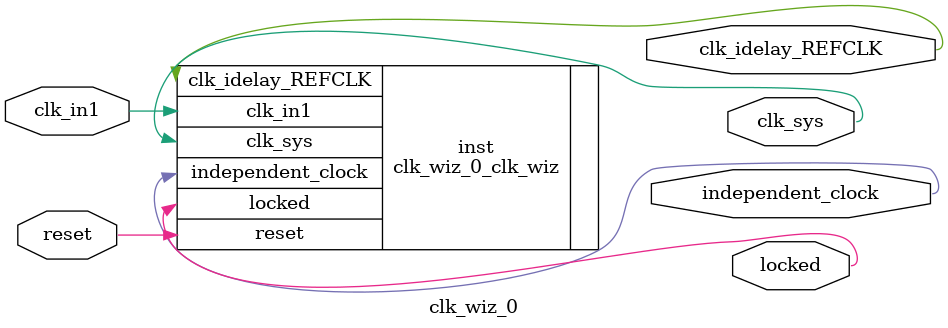
<source format=v>


`timescale 1ps/1ps

(* CORE_GENERATION_INFO = "clk_wiz_0,clk_wiz_v6_0_12_0_0,{component_name=clk_wiz_0,use_phase_alignment=false,use_min_o_jitter=false,use_max_i_jitter=false,use_dyn_phase_shift=false,use_inclk_switchover=false,use_dyn_reconfig=false,enable_axi=0,feedback_source=FDBK_AUTO,PRIMITIVE=MMCM,num_out_clk=3,clkin1_period=20.000,clkin2_period=10.0,use_power_down=false,use_reset=true,use_locked=true,use_inclk_stopped=false,feedback_type=SINGLE,CLOCK_MGR_TYPE=NA,manual_override=false}" *)

module clk_wiz_0 
 (
  // Clock out ports
  output        clk_sys,
  output        independent_clock,
  output        clk_idelay_REFCLK,
  // Status and control signals
  input         reset,
  output        locked,
 // Clock in ports
  input         clk_in1
 );

  clk_wiz_0_clk_wiz inst
  (
  // Clock out ports  
  .clk_sys(clk_sys),
  .independent_clock(independent_clock),
  .clk_idelay_REFCLK(clk_idelay_REFCLK),
  // Status and control signals               
  .reset(reset), 
  .locked(locked),
 // Clock in ports
  .clk_in1(clk_in1)
  );

endmodule

</source>
